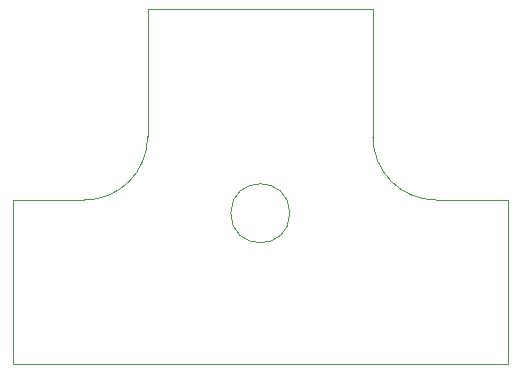
<source format=gbr>
%TF.GenerationSoftware,KiCad,Pcbnew,(6.99.0)*%
%TF.CreationDate,2022-02-09T14:01:33-06:00*%
%TF.ProjectId,CDI-SPLITTER,4344492d-5350-44c4-9954-5445522e6b69,rev?*%
%TF.SameCoordinates,Original*%
%TF.FileFunction,Profile,NP*%
%FSLAX46Y46*%
G04 Gerber Fmt 4.6, Leading zero omitted, Abs format (unit mm)*
G04 Created by KiCad (PCBNEW (6.99.0)) date 2022-02-09 14:01:33*
%MOMM*%
%LPD*%
G01*
G04 APERTURE LIST*
%TA.AperFunction,Profile*%
%ADD10C,0.100000*%
%TD*%
G04 APERTURE END LIST*
D10*
X129100000Y-95200000D02*
G75*
G03*
X129100000Y-95200000I-2500000J0D01*
G01*
X136135824Y-88729856D02*
G75*
G03*
X141485824Y-94079856I5350001J1D01*
G01*
X141485824Y-94079856D02*
X147536847Y-94079856D01*
X105662000Y-94079856D02*
X111713271Y-94079856D01*
X111713271Y-94079737D02*
G75*
G03*
X117063072Y-88729739I-98J5349899D01*
G01*
X117063072Y-77949883D02*
X117063072Y-88729739D01*
X147537000Y-107925000D02*
X147537000Y-94079856D01*
X105662000Y-94079856D02*
X105662000Y-107925000D01*
X136135977Y-88729856D02*
X136135977Y-77950000D01*
X136135977Y-77950000D02*
X117063072Y-77950000D01*
X105662000Y-107925000D02*
X147537000Y-107925000D01*
M02*

</source>
